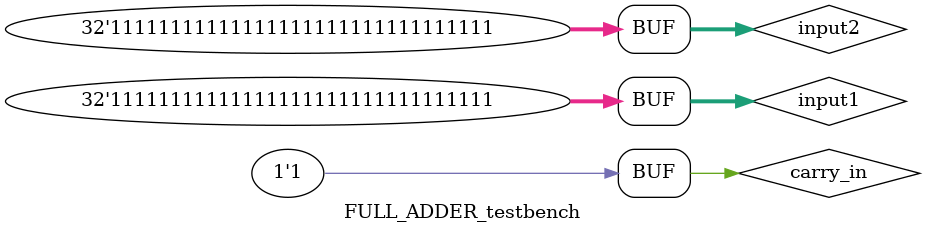
<source format=v>
`define DELAY 20
module FULL_ADDER_testbench();
reg [31:0] input1, input2;
reg carry_in;
wire [31:0] sum;
wire carry_out;

FULL_ADDER_32 adder32(sum,carry_out,input1,input2,carry_in);

initial begin
input1 = 32'b01011010110101110110110101101011; input2 = 32'b00110000110101100100111101100001; carry_in = 1'b0;
#`DELAY;
input1 = 32'b11111111111111111111111111111111; input2 = 32'b00000000000000000000000000000000; carry_in = 1'b1;
#`DELAY;
input1 = 32'b11111111111111111111111111111111; input2 = 32'b11111111111111111111111111111111; carry_in = 1'b0;
#`DELAY;
input1 = 32'b11111111111111111111111111111111; input2 = 32'b11111111111111111111111111111111; carry_in = 1'b1;
#`DELAY;
end
 
 
initial
begin
$monitor("time = %2d, input1 = %32b, input2 = %32b, carry_in = %1b, sum = %32b, carry_out = %1b", $time, input1, input2, carry_in, sum, carry_out);
end 

endmodule

</source>
